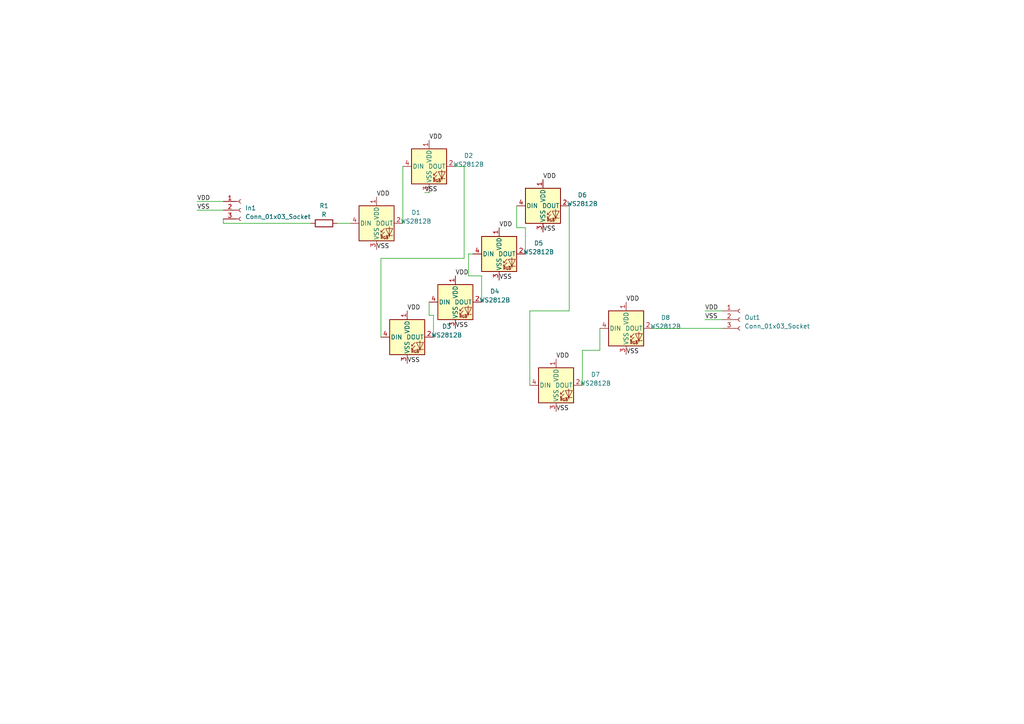
<source format=kicad_sch>
(kicad_sch (version 20230121) (generator eeschema)
  (paper "A4")
  (lib_symbols
    (symbol "Connector:Conn_01x03_Socket" (pin_names (offset 1.016) hide)
      (property "Reference" "J" (at 0 5.08 0))
      (property "Value" "Conn_01x03_Socket" (at 0 -5.08 0))
      (symbol "Conn_01x03_Socket_1_1"
        (arc (start 0 -2.032) (mid -0.5058 -2.54) (end 0 -3.048) (stroke (width 0.1524)))
        (polyline (pts (xy -1.27 -2.54) (xy -0.508 -2.54)) (stroke (width 0.1524)))
        (polyline (pts (xy -1.27 0) (xy -0.508 0)) (stroke (width 0.1524)))
        (polyline (pts (xy -1.27 2.54) (xy -0.508 2.54)) (stroke (width 0.1524)))
        (arc (start 0 0.508) (mid -0.5058 0) (end 0 -0.508) (stroke (width 0.1524)))
        (arc (start 0 3.048) (mid -0.5058 2.54) (end 0 2.032) (stroke (width 0.1524)))
        (pin passive line (at -5.08 2.54 0) (length 3.81) (name "Pin_1") (number "1"))
        (pin passive line (at -5.08 0 0) (length 3.81) (name "Pin_2") (number "2"))
        (pin passive line (at -5.08 -2.54 0) (length 3.81) (name "Pin_3") (number "3"))
      )
    )
    (symbol "Device:R" (pin_numbers hide) (pin_names (offset 0))
      (property "Reference" "R" (at 2.032 0 90))
      (property "Value" "R" (at 0 0 90))
      (symbol "R_0_1"
        (rectangle (start -1.016 -2.54) (end 1.016 2.54) (stroke (width 0.254)))
      )
      (symbol "R_1_1"
        (pin passive line (at 0 3.81 270) (length 1.27) (name "~") (number "1"))
        (pin passive line (at 0 -3.81 90) (length 1.27) (name "~") (number "2"))
      )
    )
    (symbol "LED:WS2812B" (pin_names (offset 0.254))
      (property "Reference" "D" (at 5.08 5.715 0))
      (property "Value" "WS2812B" (at 1.27 -5.715 0))
      (symbol "WS2812B_0_0"
        (text "RGB" (at 2.286 -4.191 0) (effects (font (size 0.762 0.762))))
      )
      (symbol "WS2812B_0_1"
        (polyline (pts (xy 1.27 -3.556) (xy 1.778 -3.556)))
        (polyline (pts (xy 1.27 -2.54) (xy 1.778 -2.54)))
        (polyline (pts (xy 4.699 -3.556) (xy 2.667 -3.556)))
        (polyline (pts (xy 2.286 -2.54) (xy 1.27 -3.556) (xy 1.27 -3.048)))
        (polyline (pts (xy 2.286 -1.524) (xy 1.27 -2.54) (xy 1.27 -2.032)))
        (polyline (pts (xy 3.683 -1.016) (xy 3.683 -3.556) (xy 3.683 -4.064)))
        (polyline (pts (xy 4.699 -1.524) (xy 2.667 -1.524) (xy 3.683 -3.556) (xy 4.699 -1.524)))
        (rectangle (start 5.08 5.08) (end -5.08 -5.08) (stroke (width 0.254)) (fill (type background)))
      )
      (symbol "WS2812B_1_1"
        (pin power_in line (at 0 7.62 270) (length 2.54) (name "VDD") (number "1"))
        (pin output line (at 7.62 0 180) (length 2.54) (name "DOUT") (number "2"))
        (pin power_in line (at 0 -7.62 90) (length 2.54) (name "VSS") (number "3"))
        (pin input line (at -7.62 0 0) (length 2.54) (name "DIN") (number "4"))
      )
    )
  )
  (wire (pts (xy 135.89 80.01) (xy 135.89 73.66)))
  (wire (pts (xy 64.77 64.77) (xy 64.77 63.5)))
  (wire (pts (xy 57.15 60.96) (xy 64.77 60.96)))
  (wire (pts (xy 57.15 58.42) (xy 64.77 58.42)))
  (wire (pts (xy 165.1 90.17) (xy 153.67 90.17)))
  (wire (pts (xy 134.62 48.26) (xy 132.08 48.26)))
  (wire (pts (xy 189.23 95.25) (xy 209.55 95.25)))
  (wire (pts (xy 125.73 97.79) (xy 125.73 91.44)))
  (wire (pts (xy 165.1 59.69) (xy 165.1 90.17)))
  (wire (pts (xy 134.62 74.93) (xy 134.62 48.26)))
  (wire (pts (xy 204.47 90.17) (xy 209.55 90.17)))
  (wire (pts (xy 64.77 64.77) (xy 90.17 64.77)))
  (wire (pts (xy 139.7 80.01) (xy 135.89 80.01)))
  (wire (pts (xy 153.67 90.17) (xy 153.67 111.76)))
  (wire (pts (xy 135.89 73.66) (xy 137.16 73.66)))
  (wire (pts (xy 97.79 64.77) (xy 101.6 64.77)))
  (wire (pts (xy 124.46 91.44) (xy 124.46 87.63)))
  (wire (pts (xy 152.4 66.04) (xy 149.86 66.04)))
  (wire (pts (xy 173.99 101.6) (xy 168.91 101.6)))
  (wire (pts (xy 110.49 74.93) (xy 110.49 97.79)))
  (wire (pts (xy 125.73 91.44) (xy 124.46 91.44)))
  (wire (pts (xy 204.47 92.71) (xy 209.55 92.71)))
  (wire (pts (xy 173.99 101.6) (xy 173.99 95.25)))
  (wire (pts (xy 110.49 74.93) (xy 134.62 74.93)))
  (wire (pts (xy 116.84 64.77) (xy 116.84 48.26)))
  (wire (pts (xy 124.46 55.88) (xy 123.19 55.88)))
  (wire (pts (xy 152.4 73.66) (xy 152.4 66.04)))
  (wire (pts (xy 149.86 66.04) (xy 149.86 59.69)))
  (wire (pts (xy 168.91 111.76) (xy 168.91 101.6)))
  (wire (pts (xy 139.7 87.63) (xy 139.7 80.01)))
  (label "VSS" (at 123.19 55.88 0))
  (label "VSS" (at 57.15 60.96 0))
  (label "VSS" (at 144.78 81.28 0))
  (label "VSS" (at 157.48 67.31 0))
  (label "VDD" (at 157.48 52.07 0))
  (label "VSS" (at 109.22 72.39 0))
  (label "VDD" (at 132.08 80.01 0))
  (label "VSS" (at 118.11 105.41 0))
  (label "VDD" (at 124.46 40.64 0))
  (label "VSS" (at 161.29 119.38 0))
  (label "VDD" (at 57.15 58.42 0))
  (label "VDD" (at 181.61 87.63 0))
  (label "VDD" (at 204.47 90.17 0))
  (label "VDD" (at 109.22 57.15 0))
  (label "VSS" (at 204.47 92.71 0))
  (label "VSS" (at 132.08 95.25 0))
  (label "VDD" (at 118.11 90.17 0))
  (label "VSS" (at 181.61 102.87 0))
  (label "VDD" (at 161.29 104.14 0))
  (label "VDD" (at 144.78 66.04 0))
  (symbol (lib_id "LED:WS2812B") (at 132.08 87.63 0) (unit 1)
    (property "Reference" "D4" (at 143.51 84.5059 0))
    (property "Value" "WS2812B" (at 143.51 87.0459 0))
    (property "Footprint" "Voron Footprints:LED_WS2812B_PLCC4_5.0x5.0mm_P3.2mm" (effects hide))
    (property "Datasheet" "https://cdn-shop.adafruit.com/datasheets/WS2812B.pdf" (effects hide))
  )
  (symbol (lib_id "Connector:Conn_01x03_Socket") (at 69.85 60.96 0) (unit 1)
    (property "Reference" "In1" (at 71.12 60.325 0) (effects (justify left)))
    (property "Value" "Conn_01x03_Socket" (at 71.12 62.865 0) (effects (justify left)))
    (property "Footprint" "Connector_JST:JST_XH_B3B-XH-A_1x03_P2.50mm_Vertical" (effects hide))
  )
  (symbol (lib_id "LED:WS2812B") (at 124.46 48.26 0) (unit 1)
    (property "Reference" "D2" (at 135.89 45.1359 0))
    (property "Value" "WS2812B" (at 135.89 47.6759 0))
    (property "Footprint" "Voron Footprints:LED_WS2812B_PLCC4_5.0x5.0mm_P3.2mm" (effects hide))
    (property "Datasheet" "https://cdn-shop.adafruit.com/datasheets/WS2812B.pdf" (effects hide))
  )
  (symbol (lib_id "LED:WS2812B") (at 157.48 59.69 0) (unit 1)
    (property "Reference" "D6" (at 168.91 56.5659 0))
    (property "Value" "WS2812B" (at 168.91 59.1059 0))
    (property "Footprint" "Voron Footprints:LED_WS2812B_PLCC4_5.0x5.0mm_P3.2mm" (effects hide))
    (property "Datasheet" "https://cdn-shop.adafruit.com/datasheets/WS2812B.pdf" (effects hide))
  )
  (symbol (lib_id "LED:WS2812B") (at 181.61 95.25 0) (unit 1)
    (property "Reference" "D8" (at 193.04 92.1259 0))
    (property "Value" "WS2812B" (at 193.04 94.6659 0))
    (property "Footprint" "Voron Footprints:LED_WS2812B_PLCC4_5.0x5.0mm_P3.2mm" (effects hide))
    (property "Datasheet" "https://cdn-shop.adafruit.com/datasheets/WS2812B.pdf" (effects hide))
  )
  (symbol (lib_id "Device:R") (at 93.98 64.77 90) (unit 1)
    (property "Reference" "R1" (at 93.98 59.69 90))
    (property "Value" "R" (at 93.98 62.23 90))
    (property "Footprint" "Resistor_SMD:R_1206_3216Metric" (effects hide))
  )
  (symbol (lib_id "LED:WS2812B") (at 144.78 73.66 0) (unit 1)
    (property "Reference" "D5" (at 156.21 70.5359 0))
    (property "Value" "WS2812B" (at 156.21 73.0759 0))
    (property "Footprint" "Voron Footprints:LED_WS2812B_PLCC4_5.0x5.0mm_P3.2mm" (effects hide))
    (property "Datasheet" "https://cdn-shop.adafruit.com/datasheets/WS2812B.pdf" (effects hide))
  )
  (symbol (lib_id "LED:WS2812B") (at 109.22 64.77 0) (unit 1)
    (property "Reference" "D1" (at 120.65 61.6459 0))
    (property "Value" "WS2812B" (at 120.65 64.1859 0))
    (property "Footprint" "Voron Footprints:LED_WS2812B_PLCC4_5.0x5.0mm_P3.2mm" (effects hide))
    (property "Datasheet" "https://cdn-shop.adafruit.com/datasheets/WS2812B.pdf" (effects hide))
  )
  (symbol (lib_id "LED:WS2812B") (at 118.11 97.79 0) (unit 1)
    (property "Reference" "D3" (at 129.54 94.6659 0))
    (property "Value" "WS2812B" (at 129.54 97.2059 0))
    (property "Footprint" "Voron Footprints:LED_WS2812B_PLCC4_5.0x5.0mm_P3.2mm" (effects hide))
    (property "Datasheet" "https://cdn-shop.adafruit.com/datasheets/WS2812B.pdf" (effects hide))
  )
  (symbol (lib_id "LED:WS2812B") (at 161.29 111.76 0) (unit 1)
    (property "Reference" "D7" (at 172.72 108.6359 0))
    (property "Value" "WS2812B" (at 172.72 111.1759 0))
    (property "Footprint" "Voron Footprints:LED_WS2812B_PLCC4_5.0x5.0mm_P3.2mm" (effects hide))
    (property "Datasheet" "https://cdn-shop.adafruit.com/datasheets/WS2812B.pdf" (effects hide))
  )
  (symbol (lib_id "Connector:Conn_01x03_Socket") (at 214.63 92.71 0) (unit 1)
    (property "Reference" "Out1" (at 215.9 92.075 0) (effects (justify left)))
    (property "Value" "Conn_01x03_Socket" (at 215.9 94.615 0) (effects (justify left)))
    (property "Footprint" "Connector_JST:JST_XH_B3B-XH-A_1x03_P2.50mm_Vertical" (effects hide))
  )
)
</source>
